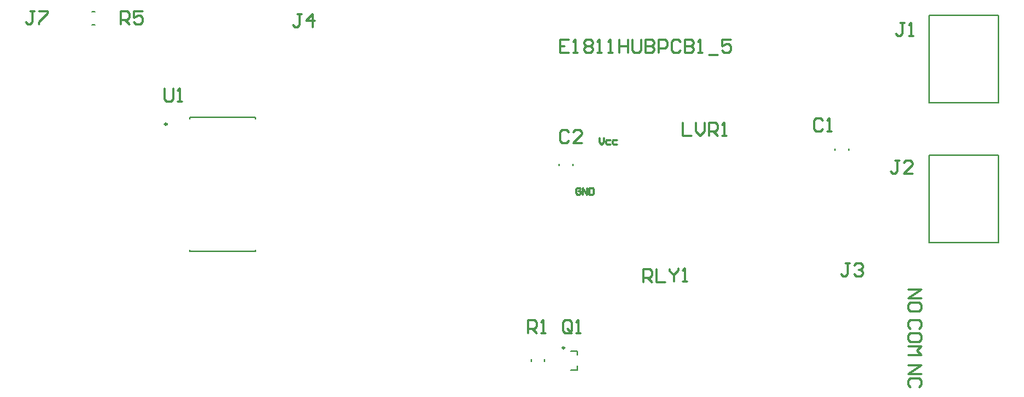
<source format=gto>
G04*
G04 #@! TF.GenerationSoftware,Altium Limited,Altium Designer,21.7.2 (23)*
G04*
G04 Layer_Color=65535*
%FSLAX25Y25*%
%MOIN*%
G70*
G04*
G04 #@! TF.SameCoordinates,2DF3D4ED-E0DB-4B01-A8BF-79668011FF23*
G04*
G04*
G04 #@! TF.FilePolarity,Positive*
G04*
G01*
G75*
%ADD10C,0.00984*%
%ADD11C,0.00591*%
%ADD12C,0.00787*%
%ADD13C,0.01000*%
D10*
X67606Y125000D02*
G03*
X67606Y125000I-492J0D01*
G01*
X249153Y22709D02*
G03*
X249153Y22709I-492J0D01*
G01*
D11*
X379150Y113303D02*
Y113697D01*
X372850Y113303D02*
Y113697D01*
X253150Y106303D02*
Y106697D01*
X246850Y106303D02*
Y106697D01*
X33409Y176453D02*
X34591D01*
X33409Y170547D02*
X34591D01*
X239953Y16409D02*
Y17591D01*
X234047Y16409D02*
Y17591D01*
D12*
X78039Y127657D02*
Y128209D01*
Y66791D02*
Y67343D01*
Y66791D02*
X107961D01*
Y127657D02*
Y128209D01*
Y66791D02*
Y67343D01*
X78039Y128209D02*
X107961D01*
X415556Y175000D02*
X447445D01*
X415556Y135000D02*
X447445D01*
Y175000D01*
X415556Y135000D02*
Y175000D01*
Y111000D02*
X447445D01*
X415556Y71000D02*
X447445D01*
Y111000D01*
X415556Y71000D02*
Y111000D01*
X255157Y12669D02*
Y14441D01*
X252008Y12669D02*
X255157D01*
Y19559D02*
Y21331D01*
X252008D02*
X255157D01*
D13*
X256499Y95499D02*
X255999Y95999D01*
X255000D01*
X254500Y95499D01*
Y93500D01*
X255000Y93000D01*
X255999D01*
X256499Y93500D01*
Y94499D01*
X255500D01*
X257499Y93000D02*
Y95999D01*
X259498Y93000D01*
Y95999D01*
X260498D02*
Y93000D01*
X261998D01*
X262497Y93500D01*
Y95499D01*
X261998Y95999D01*
X260498D01*
X265000Y118999D02*
Y117000D01*
X266000Y116000D01*
X266999Y117000D01*
Y118999D01*
X269998Y117999D02*
X268499D01*
X267999Y117499D01*
Y116500D01*
X268499Y116000D01*
X269998D01*
X272997Y117999D02*
X271498D01*
X270998Y117499D01*
Y116500D01*
X271498Y116000D01*
X272997D01*
X250999Y163998D02*
X247000D01*
Y158000D01*
X250999D01*
X247000Y160999D02*
X248999D01*
X252998Y158000D02*
X254997D01*
X253998D01*
Y163998D01*
X252998Y162998D01*
X257996D02*
X258996Y163998D01*
X260996D01*
X261995Y162998D01*
Y161998D01*
X260996Y160999D01*
X261995Y159999D01*
Y158999D01*
X260996Y158000D01*
X258996D01*
X257996Y158999D01*
Y159999D01*
X258996Y160999D01*
X257996Y161998D01*
Y162998D01*
X258996Y160999D02*
X260996D01*
X263995Y158000D02*
X265994D01*
X264994D01*
Y163998D01*
X263995Y162998D01*
X268993Y158000D02*
X270992D01*
X269993D01*
Y163998D01*
X268993Y162998D01*
X273991Y163998D02*
Y158000D01*
Y160999D01*
X277990D01*
Y163998D01*
Y158000D01*
X279989Y163998D02*
Y158999D01*
X280989Y158000D01*
X282988D01*
X283988Y158999D01*
Y163998D01*
X285987D02*
Y158000D01*
X288986D01*
X289986Y158999D01*
Y159999D01*
X288986Y160999D01*
X285987D01*
X288986D01*
X289986Y161998D01*
Y162998D01*
X288986Y163998D01*
X285987D01*
X291985Y158000D02*
Y163998D01*
X294985D01*
X295984Y162998D01*
Y160999D01*
X294985Y159999D01*
X291985D01*
X301982Y162998D02*
X300982Y163998D01*
X298983D01*
X297984Y162998D01*
Y158999D01*
X298983Y158000D01*
X300982D01*
X301982Y158999D01*
X303982Y163998D02*
Y158000D01*
X306981D01*
X307980Y158999D01*
Y159999D01*
X306981Y160999D01*
X303982D01*
X306981D01*
X307980Y161998D01*
Y162998D01*
X306981Y163998D01*
X303982D01*
X309980Y158000D02*
X311979D01*
X310979D01*
Y163998D01*
X309980Y162998D01*
X314978Y157000D02*
X318977D01*
X324975Y163998D02*
X320976D01*
Y160999D01*
X322975Y161998D01*
X323975D01*
X324975Y160999D01*
Y158999D01*
X323975Y158000D01*
X321976D01*
X320976Y158999D01*
X406000Y49500D02*
X411998D01*
X406000Y45501D01*
X411998D01*
Y40503D02*
Y42502D01*
X410998Y43502D01*
X407000D01*
X406000Y42502D01*
Y40503D01*
X407000Y39503D01*
X410998D01*
X411998Y40503D01*
X410998Y31501D02*
X411998Y32501D01*
Y34500D01*
X410998Y35500D01*
X407000D01*
X406000Y34500D01*
Y32501D01*
X407000Y31501D01*
X411998Y26503D02*
Y28502D01*
X410998Y29502D01*
X407000D01*
X406000Y28502D01*
Y26503D01*
X407000Y25503D01*
X410998D01*
X411998Y26503D01*
X406000Y23504D02*
X411998D01*
X409999Y21505D01*
X411998Y19505D01*
X406000D01*
Y15000D02*
X411998D01*
X406000Y11001D01*
X411998D01*
X410998Y5003D02*
X411998Y6003D01*
Y8002D01*
X410998Y9002D01*
X407000D01*
X406000Y8002D01*
Y6003D01*
X407000Y5003D01*
X303003Y125999D02*
Y120001D01*
X307002D01*
X309001Y125999D02*
Y122000D01*
X311001Y120001D01*
X313000Y122000D01*
Y125999D01*
X314999Y120001D02*
Y125999D01*
X317998D01*
X318998Y124999D01*
Y123000D01*
X317998Y122000D01*
X314999D01*
X316999D02*
X318998Y120001D01*
X320997D02*
X322997D01*
X321997D01*
Y125999D01*
X320997Y124999D01*
X250999Y121498D02*
X249999Y122498D01*
X248000D01*
X247000Y121498D01*
Y117500D01*
X248000Y116500D01*
X249999D01*
X250999Y117500D01*
X256997Y116500D02*
X252998D01*
X256997Y120499D01*
Y121498D01*
X255997Y122498D01*
X253998D01*
X252998Y121498D01*
X367000Y126999D02*
X366000Y127999D01*
X364001D01*
X363001Y126999D01*
Y123001D01*
X364001Y122001D01*
X366000D01*
X367000Y123001D01*
X368999Y122001D02*
X370999D01*
X369999D01*
Y127999D01*
X368999Y126999D01*
X66501Y141499D02*
Y136501D01*
X67501Y135501D01*
X69500D01*
X70500Y136501D01*
Y141499D01*
X72499Y135501D02*
X74499D01*
X73499D01*
Y141499D01*
X72499Y140499D01*
X128899Y175598D02*
X126899D01*
X127899D01*
Y170600D01*
X126899Y169600D01*
X125900D01*
X124900Y170600D01*
X133897Y169600D02*
Y175598D01*
X130898Y172599D01*
X134897D01*
X402000Y108499D02*
X400001D01*
X401001D01*
Y103501D01*
X400001Y102501D01*
X399001D01*
X398002Y103501D01*
X407998Y102501D02*
X404000D01*
X407998Y106500D01*
Y107499D01*
X406999Y108499D01*
X404999D01*
X404000Y107499D01*
X285012Y52972D02*
X284995Y58970D01*
X287994Y58979D01*
X288996Y57982D01*
X289002Y55983D01*
X288005Y54980D01*
X285006Y54972D01*
X287005Y54977D02*
X289011Y52984D01*
X290993Y58987D02*
X291010Y52990D01*
X295009Y53001D01*
X296991Y59005D02*
X296994Y58005D01*
X298999Y56011D01*
X300992Y58017D01*
X300989Y59016D01*
X298999Y56011D02*
X299007Y53013D01*
X303006Y53024D02*
X305005Y53030D01*
X304006Y53027D01*
X303989Y59025D01*
X302992Y58022D01*
X46502Y171001D02*
Y176999D01*
X49501D01*
X50500Y175999D01*
Y174000D01*
X49501Y173000D01*
X46502D01*
X48501D02*
X50500Y171001D01*
X56498Y176999D02*
X52500D01*
Y174000D01*
X54499Y175000D01*
X55499D01*
X56498Y174000D01*
Y172001D01*
X55499Y171001D01*
X53499D01*
X52500Y172001D01*
X232501Y29501D02*
Y35499D01*
X235500D01*
X236500Y34499D01*
Y32500D01*
X235500Y31500D01*
X232501D01*
X234501D02*
X236500Y29501D01*
X238499D02*
X240499D01*
X239499D01*
Y35499D01*
X238499Y34499D01*
X252500Y30501D02*
Y34499D01*
X251500Y35499D01*
X249501D01*
X248501Y34499D01*
Y30501D01*
X249501Y29501D01*
X251500D01*
X250501Y31500D02*
X252500Y29501D01*
X251500D02*
X252500Y30501D01*
X254499Y29501D02*
X256499D01*
X255499D01*
Y35499D01*
X254499Y34499D01*
X7000Y176999D02*
X5001D01*
X6001D01*
Y172001D01*
X5001Y171001D01*
X4001D01*
X3002Y172001D01*
X9000Y176999D02*
X12998D01*
Y175999D01*
X9000Y172001D01*
Y171001D01*
X379500Y61499D02*
X377501D01*
X378501D01*
Y56501D01*
X377501Y55501D01*
X376501D01*
X375502Y56501D01*
X381500Y60499D02*
X382499Y61499D01*
X384499D01*
X385498Y60499D01*
Y59500D01*
X384499Y58500D01*
X383499D01*
X384499D01*
X385498Y57500D01*
Y56501D01*
X384499Y55501D01*
X382499D01*
X381500Y56501D01*
X404500Y171499D02*
X402501D01*
X403500D01*
Y166501D01*
X402501Y165501D01*
X401501D01*
X400501Y166501D01*
X406499Y165501D02*
X408499D01*
X407499D01*
Y171499D01*
X406499Y170499D01*
M02*

</source>
